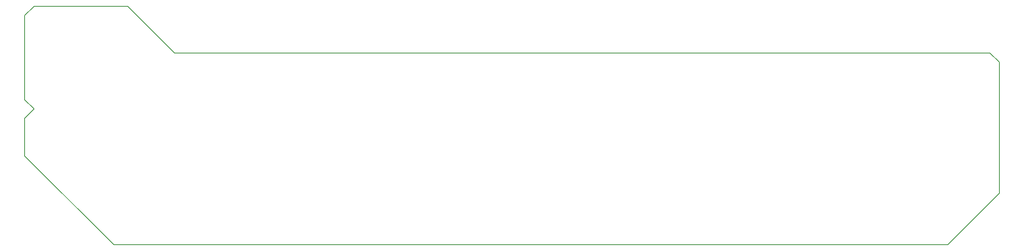
<source format=gbr>
G04 #@! TF.GenerationSoftware,KiCad,Pcbnew,(5.1.7)-1*
G04 #@! TF.CreationDate,2021-03-22T01:50:01-04:00*
G04 #@! TF.ProjectId,Circuit-AirSensor-Left,43697263-7569-4742-9d41-697253656e73,rev?*
G04 #@! TF.SameCoordinates,Original*
G04 #@! TF.FileFunction,Profile,NP*
%FSLAX46Y46*%
G04 Gerber Fmt 4.6, Leading zero omitted, Abs format (unit mm)*
G04 Created by KiCad (PCBNEW (5.1.7)-1) date 2021-03-22 01:50:01*
%MOMM*%
%LPD*%
G01*
G04 APERTURE LIST*
G04 #@! TA.AperFunction,Profile*
%ADD10C,0.150000*%
G04 #@! TD*
G04 APERTURE END LIST*
D10*
X67000000Y-139000000D02*
X48000000Y-120000000D01*
X50000000Y-110000000D02*
X48000000Y-112000000D01*
X245000000Y-139000000D02*
X256000000Y-128000000D01*
X67000000Y-139000000D02*
X245000000Y-139000000D01*
X50000000Y-88000000D02*
X48000000Y-90000000D01*
X48000000Y-90000000D02*
X48000000Y-108000000D01*
X70000000Y-88000000D02*
X50000000Y-88000000D01*
X80000000Y-98000000D02*
X70000000Y-88000000D01*
X254000000Y-98000000D02*
X80000000Y-98000000D01*
X256000000Y-100000000D02*
X254000000Y-98000000D01*
X256000000Y-128000000D02*
X256000000Y-100000000D01*
X48000000Y-112000000D02*
X48000000Y-120000000D01*
X48000000Y-108000000D02*
X50000000Y-110000000D01*
M02*

</source>
